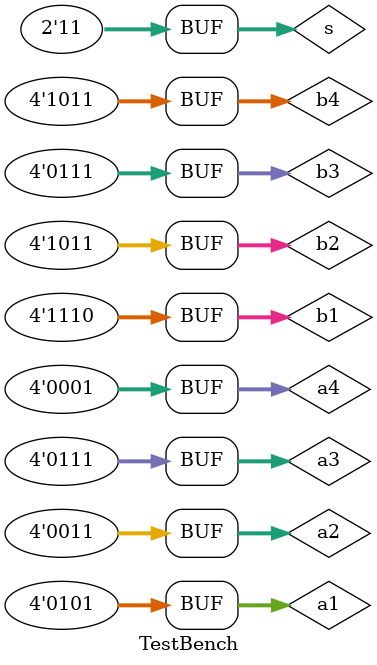
<source format=v>
`timescale 1ns/1ns
module TestBench();
reg [3:0] a1, b1, a2, b2, a3, b3, a4, b4;
reg [1:0] s;
wire [4:0] out;
TopModule Top_Func(.a1(a1), .b1(b1), .a2(a2), .b2(b2), .a3(a3), .b3(b3), .a4(a4), .b4(b4), .s(s), .out(out));

initial
begin
a1 = 0101; b1 = 0110; a2 = 1011; b2 = 0011; a3 = 1111; b3 = 1111; a4 = 0001; b4 = 0011;
s = 00;
#100; s = 01;
#100; s = 10;
#100; s = 11;
end

endmodule

</source>
